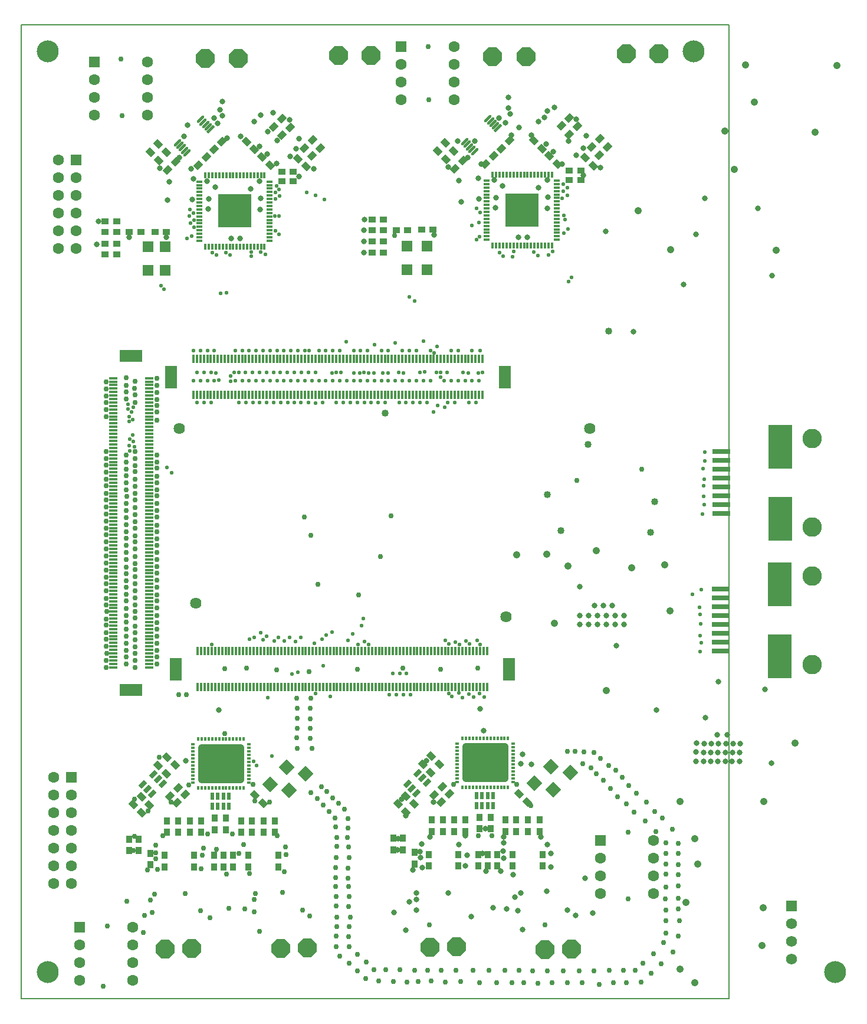
<source format=gts>
G04 Layer_Color=8388736*
%FSLAX23Y23*%
%MOIN*%
G70*
G01*
G75*
%ADD40C,0.008*%
%ADD82C,0.032*%
%ADD84C,0.042*%
%ADD111R,0.044X0.034*%
%ADD112R,0.021X0.039*%
G04:AMPARAMS|DCode=113|XSize=47mil|YSize=16mil|CornerRadius=5mil|HoleSize=0mil|Usage=FLASHONLY|Rotation=90.000|XOffset=0mil|YOffset=0mil|HoleType=Round|Shape=RoundedRectangle|*
%AMROUNDEDRECTD113*
21,1,0.047,0.006,0,0,90.0*
21,1,0.037,0.016,0,0,90.0*
1,1,0.010,0.003,0.019*
1,1,0.010,0.003,-0.019*
1,1,0.010,-0.003,-0.019*
1,1,0.010,-0.003,0.019*
%
%ADD113ROUNDEDRECTD113*%
%ADD114R,0.189X0.189*%
%ADD115R,0.014X0.024*%
%ADD116R,0.024X0.014*%
%ADD117R,0.015X0.035*%
%ADD118R,0.035X0.015*%
%ADD119R,0.034X0.044*%
G04:AMPARAMS|DCode=120|XSize=44mil|YSize=34mil|CornerRadius=0mil|HoleSize=0mil|Usage=FLASHONLY|Rotation=45.000|XOffset=0mil|YOffset=0mil|HoleType=Round|Shape=Rectangle|*
%AMROTATEDRECTD120*
4,1,4,-0.004,-0.028,-0.028,-0.004,0.004,0.028,0.028,0.004,-0.004,-0.028,0.0*
%
%ADD120ROTATEDRECTD120*%

G04:AMPARAMS|DCode=121|XSize=44mil|YSize=34mil|CornerRadius=0mil|HoleSize=0mil|Usage=FLASHONLY|Rotation=135.000|XOffset=0mil|YOffset=0mil|HoleType=Round|Shape=Rectangle|*
%AMROTATEDRECTD121*
4,1,4,0.028,-0.004,0.004,-0.028,-0.028,0.004,-0.004,0.028,0.028,-0.004,0.0*
%
%ADD121ROTATEDRECTD121*%

G04:AMPARAMS|DCode=122|XSize=51mil|YSize=16mil|CornerRadius=0mil|HoleSize=0mil|Usage=FLASHONLY|Rotation=225.000|XOffset=0mil|YOffset=0mil|HoleType=Round|Shape=Round|*
%AMOVALD122*
21,1,0.035,0.016,0.000,0.000,225.0*
1,1,0.016,0.013,0.013*
1,1,0.016,-0.013,-0.013*
%
%ADD122OVALD122*%

G04:AMPARAMS|DCode=123|XSize=51mil|YSize=16mil|CornerRadius=0mil|HoleSize=0mil|Usage=FLASHONLY|Rotation=225.000|XOffset=0mil|YOffset=0mil|HoleType=Round|Shape=Rectangle|*
%AMROTATEDRECTD123*
4,1,4,0.013,0.024,0.024,0.013,-0.013,-0.024,-0.024,-0.013,0.013,0.024,0.0*
%
%ADD123ROTATEDRECTD123*%

%ADD124R,0.064X0.064*%
%ADD125P,0.091X4X90.0*%
G04:AMPARAMS|DCode=126|XSize=43mil|YSize=24mil|CornerRadius=0mil|HoleSize=0mil|Usage=FLASHONLY|Rotation=45.000|XOffset=0mil|YOffset=0mil|HoleType=Round|Shape=Rectangle|*
%AMROTATEDRECTD126*
4,1,4,-0.007,-0.024,-0.024,-0.007,0.007,0.024,0.024,0.007,-0.007,-0.024,0.0*
%
%ADD126ROTATEDRECTD126*%

%ADD127R,0.047X0.016*%
G04:AMPARAMS|DCode=128|XSize=47mil|YSize=16mil|CornerRadius=5mil|HoleSize=0mil|Usage=FLASHONLY|Rotation=0.000|XOffset=0mil|YOffset=0mil|HoleType=Round|Shape=RoundedRectangle|*
%AMROUNDEDRECTD128*
21,1,0.047,0.006,0,0,0.0*
21,1,0.037,0.016,0,0,0.0*
1,1,0.010,0.019,-0.003*
1,1,0.010,-0.019,-0.003*
1,1,0.010,-0.019,0.003*
1,1,0.010,0.019,0.003*
%
%ADD128ROUNDEDRECTD128*%
%ADD129R,0.126X0.067*%
%ADD130R,0.016X0.047*%
%ADD131R,0.067X0.126*%
%ADD132R,0.134X0.249*%
%ADD133R,0.104X0.026*%
%ADD134R,0.063X0.063*%
%ADD135C,0.063*%
%ADD136R,0.063X0.063*%
%ADD137P,0.113X8X22.5*%
%ADD138C,0.062*%
%ADD139R,0.062X0.062*%
G04:AMPARAMS|DCode=140|XSize=217mil|YSize=258mil|CornerRadius=13mil|HoleSize=0mil|Usage=FLASHONLY|Rotation=90.000|XOffset=0mil|YOffset=0mil|HoleType=Round|Shape=RoundedRectangle|*
%AMROUNDEDRECTD140*
21,1,0.217,0.233,0,0,90.0*
21,1,0.192,0.258,0,0,90.0*
1,1,0.025,0.116,0.096*
1,1,0.025,0.116,-0.096*
1,1,0.025,-0.116,-0.096*
1,1,0.025,-0.116,0.096*
%
%ADD140ROUNDEDRECTD140*%
%ADD141C,0.124*%
%ADD142C,0.004*%
%ADD143C,0.064*%
%ADD144C,0.110*%
%ADD145C,0.022*%
%ADD146C,0.030*%
%ADD147C,0.040*%
D40*
X4000Y-0D02*
Y5500D01*
X1193D02*
X4000D01*
X0Y1681D02*
Y3650D01*
X753Y-0D02*
X4000D01*
X0D02*
Y1681D01*
Y-0D02*
X753D01*
X0Y5500D02*
X1193D01*
X0Y3650D02*
Y5500D01*
D82*
X2834Y1381D02*
D03*
X2823Y1328D02*
D03*
X1117Y1630D02*
D03*
X939Y4935D02*
D03*
X3458Y3767D02*
D03*
X2211Y727D02*
D03*
X2814Y4921D02*
D03*
X1135Y4988D02*
D03*
X1122Y5022D02*
D03*
X1351Y4990D02*
D03*
X1423Y5006D02*
D03*
X2761Y4997D02*
D03*
X2751Y5033D02*
D03*
X2974Y5015D02*
D03*
X3013Y5034D02*
D03*
X2789Y575D02*
D03*
X2822Y598D02*
D03*
X2233Y562D02*
D03*
X2231Y598D02*
D03*
X930Y1344D02*
D03*
X1345Y4816D02*
D03*
X1554Y4801D02*
D03*
X1389Y4772D02*
D03*
X609Y4303D02*
D03*
X819Y4302D02*
D03*
X2606Y822D02*
D03*
X2126Y841D02*
D03*
X2673Y4625D02*
D03*
X2971Y4624D02*
D03*
X1347Y4618D02*
D03*
X1049Y4619D02*
D03*
X972Y4630D02*
D03*
X966Y4515D02*
D03*
X436Y4393D02*
D03*
X1939Y4402D02*
D03*
X2581Y4635D02*
D03*
X2586Y4519D02*
D03*
X2726Y795D02*
D03*
X2725Y881D02*
D03*
X2780Y703D02*
D03*
X2972Y872D02*
D03*
X2992Y746D02*
D03*
X2261Y874D02*
D03*
X2266Y740D02*
D03*
X2474Y872D02*
D03*
X2509Y750D02*
D03*
X2256Y797D02*
D03*
X1028Y1237D02*
D03*
X1028Y1277D02*
D03*
X1078Y1237D02*
D03*
X1078Y1277D02*
D03*
X1128Y1237D02*
D03*
X1128Y1277D02*
D03*
X1178D02*
D03*
X1178Y1237D02*
D03*
X1228D02*
D03*
X1228Y1277D02*
D03*
X1028Y1329D02*
D03*
X1028Y1381D02*
D03*
X1028Y1421D02*
D03*
X1078Y1329D02*
D03*
X1078Y1381D02*
D03*
X1128D02*
D03*
X1078Y1421D02*
D03*
X1128D02*
D03*
X1178Y1329D02*
D03*
X1178Y1381D02*
D03*
X1178Y1421D02*
D03*
X1228Y1329D02*
D03*
X1228Y1381D02*
D03*
X1228Y1421D02*
D03*
X425Y4261D02*
D03*
X784Y4692D02*
D03*
X826Y4510D02*
D03*
X836Y4614D02*
D03*
X1058Y4519D02*
D03*
X1129Y4428D02*
D03*
Y4374D02*
D03*
X1183D02*
D03*
X1129Y4477D02*
D03*
X960Y4689D02*
D03*
X1129Y4526D02*
D03*
X1096Y4584D02*
D03*
X1183Y4526D02*
D03*
X1108Y4946D02*
D03*
X1161Y4863D02*
D03*
X1137Y5068D02*
D03*
X1232Y4374D02*
D03*
X1237Y4296D02*
D03*
X1232Y4526D02*
D03*
X1239Y4872D02*
D03*
X1281Y4477D02*
D03*
Y4374D02*
D03*
Y4428D02*
D03*
Y4526D02*
D03*
X1297Y4574D02*
D03*
X1351Y4522D02*
D03*
X1317Y4954D02*
D03*
X2106Y488D02*
D03*
X2174Y388D02*
D03*
X2128Y905D02*
D03*
X2233Y500D02*
D03*
X2309Y915D02*
D03*
X2329Y1110D02*
D03*
X2149Y1128D02*
D03*
X2290Y1346D02*
D03*
X2665Y514D02*
D03*
X2518Y811D02*
D03*
X2627Y721D02*
D03*
X2831Y391D02*
D03*
X2710Y721D02*
D03*
X2807Y497D02*
D03*
X2510Y921D02*
D03*
X2727Y916D02*
D03*
X2621Y961D02*
D03*
X3085Y500D02*
D03*
X3229Y485D02*
D03*
X3185Y681D02*
D03*
X2937Y916D02*
D03*
X2993Y820D02*
D03*
X2522Y1242D02*
D03*
X2522Y1282D02*
D03*
X2522Y1334D02*
D03*
X2572Y1242D02*
D03*
X2622D02*
D03*
X2572Y1282D02*
D03*
X2572Y1334D02*
D03*
X2622Y1282D02*
D03*
X2572Y1386D02*
D03*
X2522D02*
D03*
X2572Y1426D02*
D03*
X2522D02*
D03*
X2592Y1637D02*
D03*
X2622Y1386D02*
D03*
X2622Y1426D02*
D03*
X2672Y1242D02*
D03*
X2672Y1282D02*
D03*
X2722Y1242D02*
D03*
X2722Y1282D02*
D03*
X2672Y1334D02*
D03*
X2722D02*
D03*
X2672Y1386D02*
D03*
X2722D02*
D03*
X2722Y1426D02*
D03*
X2672D02*
D03*
X3867Y1587D02*
D03*
X4240Y1330D02*
D03*
X3589Y1632D02*
D03*
X3938Y1792D02*
D03*
X4204Y1748D02*
D03*
X1443Y4717D02*
D03*
X1517Y4966D02*
D03*
X1570Y4644D02*
D03*
X1651Y4688D02*
D03*
X1937Y4215D02*
D03*
Y4277D02*
D03*
Y4341D02*
D03*
X2807Y4380D02*
D03*
X2753Y4483D02*
D03*
Y4380D02*
D03*
Y4434D02*
D03*
X2485Y4500D02*
D03*
X2860Y4302D02*
D03*
X2856Y4380D02*
D03*
X2905D02*
D03*
Y4434D02*
D03*
Y4483D02*
D03*
X3157Y2327D02*
D03*
X3361Y1995D02*
D03*
X3304Y4335D02*
D03*
X3742Y4034D02*
D03*
X4242Y4084D02*
D03*
X3811Y4317D02*
D03*
X3863Y4522D02*
D03*
X4161Y4464D02*
D03*
X2682Y4525D02*
D03*
X2473Y4621D02*
D03*
X2753Y4532D02*
D03*
X2856D02*
D03*
X2807D02*
D03*
X2720Y4590D02*
D03*
X2414Y4699D02*
D03*
X2598Y4714D02*
D03*
X2769Y4879D02*
D03*
X2736Y4948D02*
D03*
X2884Y4879D02*
D03*
X2752Y5090D02*
D03*
X2905Y4532D02*
D03*
X2921Y4580D02*
D03*
X2975Y4528D02*
D03*
X3055Y4714D02*
D03*
X3176Y4650D02*
D03*
X3274Y4695D02*
D03*
X2924Y4955D02*
D03*
X3135Y4967D02*
D03*
X2722Y834D02*
D03*
X2171Y1036D02*
D03*
X2253Y832D02*
D03*
X2809Y4302D02*
D03*
X1185Y4296D02*
D03*
X1446Y4848D02*
D03*
X918Y4871D02*
D03*
X3092Y4846D02*
D03*
X2564Y4844D02*
D03*
X2541Y466D02*
D03*
X3132Y473D02*
D03*
X1392Y4899D02*
D03*
X1569Y4857D02*
D03*
X1088Y4975D02*
D03*
X2467Y4846D02*
D03*
X2700Y4974D02*
D03*
X3191Y4874D02*
D03*
X2411Y599D02*
D03*
X2741Y508D02*
D03*
X2191Y547D02*
D03*
X2957Y4977D02*
D03*
X2968Y607D02*
D03*
X4062Y1443D02*
D03*
X4021Y1442D02*
D03*
X3982D02*
D03*
X3940D02*
D03*
X3899Y1443D02*
D03*
X3860D02*
D03*
X3817Y1444D02*
D03*
X4059Y1393D02*
D03*
X4018Y1392D02*
D03*
X3979D02*
D03*
X3937D02*
D03*
X3896Y1393D02*
D03*
X3857D02*
D03*
X3814Y1394D02*
D03*
X3932Y1493D02*
D03*
X3989Y1490D02*
D03*
X4058Y1342D02*
D03*
X4017Y1341D02*
D03*
X3978D02*
D03*
X3936D02*
D03*
X3895Y1342D02*
D03*
X3856D02*
D03*
X3813Y1343D02*
D03*
X2680Y4467D02*
D03*
X2974Y4465D02*
D03*
X1350Y4459D02*
D03*
X1056Y4461D02*
D03*
X3407Y2164D02*
D03*
Y2114D02*
D03*
X3157Y2164D02*
D03*
Y2114D02*
D03*
X3357D02*
D03*
X3307D02*
D03*
X3257D02*
D03*
X3207D02*
D03*
X3357Y2164D02*
D03*
X3307D02*
D03*
X3257D02*
D03*
X3207D02*
D03*
X3239Y2220D02*
D03*
X3289D02*
D03*
X3339D02*
D03*
X2611Y1515D02*
D03*
X2883Y1326D02*
D03*
X1519Y4759D02*
D03*
X892Y4751D02*
D03*
X2966Y4829D02*
D03*
X3176Y4806D02*
D03*
X3006Y4785D02*
D03*
X2333Y4314D02*
D03*
X2524Y4753D02*
D03*
X3137Y4764D02*
D03*
D84*
X3723Y169D02*
D03*
X4185Y303D02*
D03*
X4609Y5270D02*
D03*
X4194Y516D02*
D03*
X4486Y4894D02*
D03*
X3670Y4233D02*
D03*
X3487Y4453D02*
D03*
X3307Y1743D02*
D03*
X3807Y90D02*
D03*
X3823Y762D02*
D03*
X3805Y905D02*
D03*
X3014Y2120D02*
D03*
X2799Y2507D02*
D03*
X3088Y2444D02*
D03*
X3250Y2530D02*
D03*
X3448Y2436D02*
D03*
X3637Y2453D02*
D03*
X4030Y4685D02*
D03*
X4143Y5066D02*
D03*
X3723Y1114D02*
D03*
X3755Y544D02*
D03*
X3976Y4900D02*
D03*
X4093Y5276D02*
D03*
X4195Y1115D02*
D03*
X4371Y1445D02*
D03*
X3665Y2190D02*
D03*
X4267Y4229D02*
D03*
X2969Y2512D02*
D03*
D111*
X820Y4331D02*
D03*
X755D02*
D03*
X610Y4331D02*
D03*
X675D02*
D03*
X474Y4390D02*
D03*
X539D02*
D03*
X1537Y4672D02*
D03*
X1472D02*
D03*
Y4618D02*
D03*
X1537D02*
D03*
X474Y4266D02*
D03*
X539D02*
D03*
X474Y4204D02*
D03*
X539D02*
D03*
X539Y4331D02*
D03*
X474D02*
D03*
X3096Y4624D02*
D03*
X3161D02*
D03*
X2326Y4344D02*
D03*
X2118Y4342D02*
D03*
X2047Y4340D02*
D03*
X1982D02*
D03*
Y4401D02*
D03*
X2047D02*
D03*
X3161Y4678D02*
D03*
X3096D02*
D03*
X1982Y4277D02*
D03*
X2047D02*
D03*
X1982Y4215D02*
D03*
X2047D02*
D03*
X2261Y4344D02*
D03*
X2183Y4342D02*
D03*
D112*
X2666Y1091D02*
D03*
X2635D02*
D03*
X2603D02*
D03*
X2572D02*
D03*
Y1147D02*
D03*
X2603D02*
D03*
X2635D02*
D03*
X2666D02*
D03*
X1173Y1088D02*
D03*
X1142D02*
D03*
X1110D02*
D03*
X1079D02*
D03*
Y1144D02*
D03*
X1110D02*
D03*
X1142D02*
D03*
X1173D02*
D03*
D113*
X2330Y3411D02*
D03*
X2350D02*
D03*
X1725Y1964D02*
D03*
X1745D02*
D03*
X1666D02*
D03*
X1686D02*
D03*
X2572D02*
D03*
X2592D02*
D03*
X2513D02*
D03*
X2533D02*
D03*
X2454D02*
D03*
X2473D02*
D03*
X2395D02*
D03*
X2414D02*
D03*
X2592Y1760D02*
D03*
X2611D02*
D03*
X2533D02*
D03*
X2552D02*
D03*
X2473D02*
D03*
X2493D02*
D03*
X2414D02*
D03*
X2434D02*
D03*
X1588D02*
D03*
X1607D02*
D03*
X1922D02*
D03*
X1942D02*
D03*
X1765D02*
D03*
X1784D02*
D03*
X1858Y3411D02*
D03*
X1878D02*
D03*
X1956D02*
D03*
X1976D02*
D03*
X1917D02*
D03*
X1937D02*
D03*
X2055D02*
D03*
X2074D02*
D03*
X1661Y3615D02*
D03*
X1681D02*
D03*
X1720D02*
D03*
X1740D02*
D03*
X1779D02*
D03*
X1799D02*
D03*
X1838D02*
D03*
X1858D02*
D03*
X1878D02*
D03*
X1897D02*
D03*
X1937D02*
D03*
X1956D02*
D03*
X1976D02*
D03*
X1996D02*
D03*
X2114Y3411D02*
D03*
X2133D02*
D03*
X2173Y3615D02*
D03*
X2193D02*
D03*
X2074D02*
D03*
X2094D02*
D03*
X2133D02*
D03*
X2153D02*
D03*
X2232D02*
D03*
X2252D02*
D03*
X2291D02*
D03*
X2311D02*
D03*
X2350D02*
D03*
X2370D02*
D03*
X2468D02*
D03*
X2488D02*
D03*
X1706Y1760D02*
D03*
X1725D02*
D03*
X1883D02*
D03*
X1903D02*
D03*
X1981D02*
D03*
X2001D02*
D03*
X1292D02*
D03*
X1312D02*
D03*
X1410D02*
D03*
X1430D02*
D03*
X2021D02*
D03*
X2040D02*
D03*
X997Y1964D02*
D03*
X1017Y1760D02*
D03*
Y1964D02*
D03*
X1036Y1760D02*
D03*
Y1964D02*
D03*
X1056Y1760D02*
D03*
Y1964D02*
D03*
X1076Y1760D02*
D03*
Y1964D02*
D03*
X1095Y1760D02*
D03*
Y1964D02*
D03*
X1115Y1760D02*
D03*
Y1964D02*
D03*
X1135Y1760D02*
D03*
X1155D02*
D03*
X1174D02*
D03*
Y1964D02*
D03*
X1194Y1760D02*
D03*
X1214D02*
D03*
X1233D02*
D03*
Y1964D02*
D03*
X1253Y1760D02*
D03*
Y1964D02*
D03*
X1273Y1760D02*
D03*
Y1964D02*
D03*
X1292D02*
D03*
X1332Y1760D02*
D03*
X1351D02*
D03*
Y1964D02*
D03*
X1371Y1760D02*
D03*
X1391D02*
D03*
X1410Y1964D02*
D03*
X1450Y1760D02*
D03*
X1470D02*
D03*
Y1964D02*
D03*
X1489Y1760D02*
D03*
X1509D02*
D03*
X1529Y1964D02*
D03*
X1568Y1760D02*
D03*
X1588Y1964D02*
D03*
X1627Y1760D02*
D03*
X1647D02*
D03*
Y1964D02*
D03*
X1666Y1760D02*
D03*
X1686D02*
D03*
X1706Y1964D02*
D03*
X1745Y1760D02*
D03*
X1765Y1964D02*
D03*
X1804Y1760D02*
D03*
X1824D02*
D03*
Y1964D02*
D03*
X1844Y1760D02*
D03*
Y1964D02*
D03*
X1863Y1760D02*
D03*
Y1964D02*
D03*
X1883D02*
D03*
X1903D02*
D03*
X1922D02*
D03*
X1942D02*
D03*
X1962Y1760D02*
D03*
Y1964D02*
D03*
X1981D02*
D03*
X2040D02*
D03*
X2060Y1760D02*
D03*
Y1964D02*
D03*
X2080Y1760D02*
D03*
Y1964D02*
D03*
X2099Y1760D02*
D03*
Y1964D02*
D03*
X2119Y1760D02*
D03*
Y1964D02*
D03*
X2139Y1760D02*
D03*
Y1964D02*
D03*
X2158Y1760D02*
D03*
Y1964D02*
D03*
X2178Y1760D02*
D03*
Y1964D02*
D03*
X2198Y1760D02*
D03*
Y1964D02*
D03*
X2218Y1760D02*
D03*
Y1964D02*
D03*
X2237Y1760D02*
D03*
Y1964D02*
D03*
X2257Y1760D02*
D03*
Y1964D02*
D03*
X2277Y1760D02*
D03*
Y1964D02*
D03*
X2296Y1760D02*
D03*
Y1964D02*
D03*
X2316Y1760D02*
D03*
Y1964D02*
D03*
X2336Y1760D02*
D03*
Y1964D02*
D03*
X2355Y1760D02*
D03*
Y1964D02*
D03*
X2375Y1760D02*
D03*
Y1964D02*
D03*
X2395Y1760D02*
D03*
X2434Y1964D02*
D03*
X2454Y1760D02*
D03*
X2493Y1964D02*
D03*
X2513Y1760D02*
D03*
X2552Y1964D02*
D03*
X2572Y1760D02*
D03*
X2611Y1964D02*
D03*
X2631Y1760D02*
D03*
Y1964D02*
D03*
X972Y3615D02*
D03*
X992Y3411D02*
D03*
Y3615D02*
D03*
X1011Y3411D02*
D03*
Y3615D02*
D03*
X1031Y3411D02*
D03*
Y3615D02*
D03*
X1051Y3411D02*
D03*
Y3615D02*
D03*
X1070Y3411D02*
D03*
Y3615D02*
D03*
X1090Y3411D02*
D03*
Y3615D02*
D03*
X1110Y3411D02*
D03*
Y3615D02*
D03*
X1130Y3411D02*
D03*
Y3615D02*
D03*
X1149Y3411D02*
D03*
Y3615D02*
D03*
X1169Y3411D02*
D03*
Y3615D02*
D03*
X1189Y3411D02*
D03*
Y3615D02*
D03*
X1208Y3411D02*
D03*
Y3615D02*
D03*
X1228Y3411D02*
D03*
Y3615D02*
D03*
X1248Y3411D02*
D03*
Y3615D02*
D03*
X1267Y3411D02*
D03*
Y3615D02*
D03*
X1287Y3411D02*
D03*
Y3615D02*
D03*
X1307Y3411D02*
D03*
Y3615D02*
D03*
X1326Y3411D02*
D03*
Y3615D02*
D03*
X1346Y3411D02*
D03*
Y3615D02*
D03*
X1366Y3411D02*
D03*
Y3615D02*
D03*
X1385Y3411D02*
D03*
Y3615D02*
D03*
X1405Y3411D02*
D03*
Y3615D02*
D03*
X1425Y3411D02*
D03*
Y3615D02*
D03*
X1445Y3411D02*
D03*
Y3615D02*
D03*
X1464Y3411D02*
D03*
Y3615D02*
D03*
X1484Y3411D02*
D03*
Y3615D02*
D03*
X1504Y3411D02*
D03*
Y3615D02*
D03*
X1523Y3411D02*
D03*
Y3615D02*
D03*
X1543Y3411D02*
D03*
Y3615D02*
D03*
X1563Y3411D02*
D03*
Y3615D02*
D03*
X1582Y3411D02*
D03*
Y3615D02*
D03*
X1602Y3411D02*
D03*
Y3615D02*
D03*
X1622Y3411D02*
D03*
Y3615D02*
D03*
X1641Y3411D02*
D03*
Y3615D02*
D03*
X1661Y3411D02*
D03*
X1681D02*
D03*
X1700D02*
D03*
Y3615D02*
D03*
X1720Y3411D02*
D03*
X1740D02*
D03*
X1759D02*
D03*
Y3615D02*
D03*
X1779Y3411D02*
D03*
X1799D02*
D03*
X1819D02*
D03*
Y3615D02*
D03*
X1838Y3411D02*
D03*
X1897D02*
D03*
X1917Y3615D02*
D03*
X1996Y3411D02*
D03*
X2015D02*
D03*
Y3615D02*
D03*
X2035Y3411D02*
D03*
Y3615D02*
D03*
X2055D02*
D03*
X2094Y3411D02*
D03*
X2114Y3615D02*
D03*
X2153Y3411D02*
D03*
X2173D02*
D03*
X2193D02*
D03*
X2212D02*
D03*
Y3615D02*
D03*
X2232Y3411D02*
D03*
X2252D02*
D03*
X2271D02*
D03*
Y3615D02*
D03*
X2291Y3411D02*
D03*
X2311D02*
D03*
X2330Y3615D02*
D03*
X2389D02*
D03*
X2409D02*
D03*
X2429Y3411D02*
D03*
Y3615D02*
D03*
X2448D02*
D03*
X2488Y3411D02*
D03*
X2508Y3615D02*
D03*
X2547Y3411D02*
D03*
X2606D02*
D03*
Y3615D02*
D03*
X2586Y3411D02*
D03*
X2567D02*
D03*
X2527D02*
D03*
X2508D02*
D03*
X2370D02*
D03*
X2409D02*
D03*
X2389D02*
D03*
X2586Y3615D02*
D03*
X2567D02*
D03*
X2547D02*
D03*
X2527D02*
D03*
X2468Y3411D02*
D03*
X2448D02*
D03*
X1155Y1964D02*
D03*
X1135D02*
D03*
X1214D02*
D03*
X1194D02*
D03*
X1548Y1760D02*
D03*
X1529D02*
D03*
X1804Y1964D02*
D03*
X1784D02*
D03*
X1391D02*
D03*
X1371D02*
D03*
X1450D02*
D03*
X1430D02*
D03*
X1509D02*
D03*
X1489D02*
D03*
X1568D02*
D03*
X1548D02*
D03*
X1332D02*
D03*
X1312D02*
D03*
X1627D02*
D03*
X1607D02*
D03*
X2021D02*
D03*
X2001D02*
D03*
D114*
X1205Y4450D02*
D03*
X2829Y4456D02*
D03*
D115*
X2730Y1473D02*
D03*
X2750D02*
D03*
X2691D02*
D03*
X2711D02*
D03*
X2573D02*
D03*
X2592D02*
D03*
X1197Y1190D02*
D03*
X1217D02*
D03*
X1039D02*
D03*
X1059D02*
D03*
X1079Y1468D02*
D03*
X1098D02*
D03*
X1157D02*
D03*
X1177D02*
D03*
X1236D02*
D03*
X1256D02*
D03*
X1197D02*
D03*
X1217D02*
D03*
X2651Y1473D02*
D03*
X2671D02*
D03*
X2533Y1195D02*
D03*
X2553D02*
D03*
X1000Y1190D02*
D03*
X1020D02*
D03*
X1079D02*
D03*
X1098D02*
D03*
X1118D02*
D03*
X1138D02*
D03*
X1157D02*
D03*
X1177D02*
D03*
X1236D02*
D03*
X1256D02*
D03*
X1138Y1468D02*
D03*
X1118D02*
D03*
X1059D02*
D03*
X1039D02*
D03*
X1020D02*
D03*
X1000D02*
D03*
X2494Y1195D02*
D03*
X2514D02*
D03*
X2573D02*
D03*
X2592D02*
D03*
X2612D02*
D03*
X2632D02*
D03*
X2651D02*
D03*
X2671D02*
D03*
X2691D02*
D03*
X2711D02*
D03*
X2730D02*
D03*
X2750D02*
D03*
X2632Y1473D02*
D03*
X2612D02*
D03*
X2553D02*
D03*
X2533D02*
D03*
X2514D02*
D03*
X2494D02*
D03*
D116*
X2463Y1383D02*
D03*
Y1403D02*
D03*
X969Y1378D02*
D03*
Y1398D02*
D03*
Y1417D02*
D03*
Y1437D02*
D03*
X2463Y1422D02*
D03*
Y1442D02*
D03*
X1286Y1221D02*
D03*
Y1240D02*
D03*
Y1260D02*
D03*
Y1280D02*
D03*
Y1299D02*
D03*
Y1319D02*
D03*
Y1339D02*
D03*
Y1358D02*
D03*
Y1378D02*
D03*
Y1398D02*
D03*
Y1417D02*
D03*
Y1437D02*
D03*
X969Y1358D02*
D03*
Y1339D02*
D03*
Y1319D02*
D03*
Y1299D02*
D03*
Y1280D02*
D03*
Y1260D02*
D03*
Y1240D02*
D03*
Y1221D02*
D03*
X2780Y1226D02*
D03*
Y1245D02*
D03*
Y1265D02*
D03*
Y1285D02*
D03*
Y1304D02*
D03*
Y1324D02*
D03*
Y1344D02*
D03*
Y1363D02*
D03*
Y1383D02*
D03*
Y1403D02*
D03*
Y1422D02*
D03*
Y1442D02*
D03*
X2463Y1363D02*
D03*
Y1344D02*
D03*
Y1324D02*
D03*
Y1304D02*
D03*
Y1285D02*
D03*
Y1265D02*
D03*
Y1245D02*
D03*
Y1226D02*
D03*
D117*
X1040Y4248D02*
D03*
X1059D02*
D03*
X1315D02*
D03*
X1335D02*
D03*
X1315Y4650D02*
D03*
X1296D02*
D03*
X1276D02*
D03*
X1374D02*
D03*
X1355D02*
D03*
X1335D02*
D03*
X1197Y4248D02*
D03*
X1217D02*
D03*
X1197Y4650D02*
D03*
X1217D02*
D03*
X1237D02*
D03*
X1256D02*
D03*
X1099D02*
D03*
X1079D02*
D03*
X1059D02*
D03*
X1040D02*
D03*
X1178D02*
D03*
X1119D02*
D03*
X1138D02*
D03*
X1158D02*
D03*
X2703Y4254D02*
D03*
X2723D02*
D03*
X2900D02*
D03*
X2919D02*
D03*
X2979D02*
D03*
X2998D02*
D03*
X2782Y4656D02*
D03*
X2762D02*
D03*
X2742D02*
D03*
X2801D02*
D03*
X2664D02*
D03*
X2683D02*
D03*
X2703D02*
D03*
X2723D02*
D03*
X2880D02*
D03*
X2860D02*
D03*
X2841D02*
D03*
X2821D02*
D03*
X2841Y4254D02*
D03*
X2821D02*
D03*
X2959Y4656D02*
D03*
X2979D02*
D03*
X2998D02*
D03*
X2900D02*
D03*
X2919D02*
D03*
X2939D02*
D03*
X2959Y4254D02*
D03*
X2939D02*
D03*
X2880D02*
D03*
X2860D02*
D03*
X2762D02*
D03*
X2742D02*
D03*
X2683D02*
D03*
X2664D02*
D03*
X2801D02*
D03*
X2782D02*
D03*
X1256Y4248D02*
D03*
X1237D02*
D03*
X1138D02*
D03*
X1119D02*
D03*
X1099D02*
D03*
X1079D02*
D03*
X1178D02*
D03*
X1158D02*
D03*
X1296D02*
D03*
X1276D02*
D03*
X1374D02*
D03*
X1355D02*
D03*
D118*
X1403Y4360D02*
D03*
Y4380D02*
D03*
Y4596D02*
D03*
Y4616D02*
D03*
X1006Y4498D02*
D03*
Y4537D02*
D03*
Y4518D02*
D03*
Y4478D02*
D03*
Y4596D02*
D03*
Y4616D02*
D03*
X1403Y4498D02*
D03*
Y4478D02*
D03*
Y4577D02*
D03*
Y4557D02*
D03*
Y4537D02*
D03*
Y4518D02*
D03*
X2630Y4563D02*
D03*
Y4583D02*
D03*
Y4327D02*
D03*
Y4346D02*
D03*
X3027Y4524D02*
D03*
Y4543D02*
D03*
Y4563D02*
D03*
Y4583D02*
D03*
Y4484D02*
D03*
Y4504D02*
D03*
X2630Y4622D02*
D03*
Y4602D02*
D03*
Y4484D02*
D03*
Y4524D02*
D03*
Y4543D02*
D03*
Y4504D02*
D03*
X3027Y4622D02*
D03*
Y4602D02*
D03*
Y4465D02*
D03*
Y4445D02*
D03*
Y4386D02*
D03*
Y4366D02*
D03*
Y4307D02*
D03*
Y4287D02*
D03*
Y4346D02*
D03*
Y4327D02*
D03*
Y4425D02*
D03*
Y4405D02*
D03*
X2630Y4386D02*
D03*
Y4366D02*
D03*
Y4307D02*
D03*
Y4287D02*
D03*
Y4465D02*
D03*
Y4445D02*
D03*
Y4425D02*
D03*
Y4405D02*
D03*
X1403Y4459D02*
D03*
Y4439D02*
D03*
Y4301D02*
D03*
Y4281D02*
D03*
X1006Y4340D02*
D03*
Y4321D02*
D03*
Y4459D02*
D03*
Y4439D02*
D03*
Y4419D02*
D03*
Y4399D02*
D03*
Y4380D02*
D03*
Y4360D02*
D03*
X1403Y4340D02*
D03*
Y4321D02*
D03*
Y4419D02*
D03*
Y4399D02*
D03*
X1006Y4301D02*
D03*
Y4281D02*
D03*
Y4577D02*
D03*
Y4557D02*
D03*
D119*
X2381Y1011D02*
D03*
X2447D02*
D03*
X2797D02*
D03*
X2864D02*
D03*
X1303Y1006D02*
D03*
X1370D02*
D03*
X1242D02*
D03*
X887D02*
D03*
X953D02*
D03*
X2469Y751D02*
D03*
Y816D02*
D03*
X2302Y751D02*
D03*
Y816D02*
D03*
X2946Y751D02*
D03*
Y816D02*
D03*
X2776Y751D02*
D03*
Y816D02*
D03*
X2157Y907D02*
D03*
Y842D02*
D03*
X2104Y907D02*
D03*
Y842D02*
D03*
X2583Y751D02*
D03*
Y816D02*
D03*
X2636Y751D02*
D03*
Y816D02*
D03*
X2447Y946D02*
D03*
X2318Y1010D02*
D03*
Y945D02*
D03*
X2381Y946D02*
D03*
X2588Y1025D02*
D03*
Y960D02*
D03*
X2651Y1025D02*
D03*
Y960D02*
D03*
X2864Y946D02*
D03*
X2928D02*
D03*
Y1011D02*
D03*
X2736D02*
D03*
Y946D02*
D03*
X2797D02*
D03*
X2510D02*
D03*
Y1011D02*
D03*
X2690Y751D02*
D03*
Y816D02*
D03*
X2222Y762D02*
D03*
Y827D02*
D03*
X975Y746D02*
D03*
Y811D02*
D03*
X808Y746D02*
D03*
Y811D02*
D03*
X1094Y1020D02*
D03*
Y955D02*
D03*
X1157Y1020D02*
D03*
Y955D02*
D03*
X1016Y941D02*
D03*
Y1006D02*
D03*
X953Y941D02*
D03*
X887D02*
D03*
X824Y1005D02*
D03*
Y940D02*
D03*
X1242Y941D02*
D03*
X1303D02*
D03*
X1370D02*
D03*
X1434D02*
D03*
Y1006D02*
D03*
X1282Y746D02*
D03*
Y811D02*
D03*
X1452Y746D02*
D03*
Y811D02*
D03*
X1196Y811D02*
D03*
Y746D02*
D03*
X1142Y746D02*
D03*
Y811D02*
D03*
X1089Y746D02*
D03*
Y811D02*
D03*
X728Y822D02*
D03*
Y757D02*
D03*
X610Y902D02*
D03*
Y837D02*
D03*
X663Y902D02*
D03*
Y837D02*
D03*
D120*
X872Y4729D02*
D03*
X826Y4683D02*
D03*
X1088Y4797D02*
D03*
X1134Y4843D02*
D03*
X999Y4708D02*
D03*
X1045Y4754D02*
D03*
X1427Y4924D02*
D03*
X1473Y4970D02*
D03*
X1473Y4877D02*
D03*
X1519Y4923D02*
D03*
X1645Y4852D02*
D03*
X1599Y4806D02*
D03*
X1643Y4760D02*
D03*
X1689Y4806D02*
D03*
X2334Y1151D02*
D03*
X2380Y1197D02*
D03*
X2419Y1159D02*
D03*
X2373Y1113D02*
D03*
X925Y1154D02*
D03*
X879Y1108D02*
D03*
X840Y1146D02*
D03*
X886Y1192D02*
D03*
X2496Y4735D02*
D03*
X2450Y4689D02*
D03*
X2712Y4803D02*
D03*
X2758Y4849D02*
D03*
X2623Y4714D02*
D03*
X2669Y4760D02*
D03*
X3269Y4858D02*
D03*
X3223Y4812D02*
D03*
X3097Y4883D02*
D03*
X3143Y4929D02*
D03*
X3051Y4930D02*
D03*
X3097Y4976D02*
D03*
X3267Y4766D02*
D03*
X3313Y4812D02*
D03*
D121*
X1563Y4746D02*
D03*
X1609Y4700D02*
D03*
X1317Y4797D02*
D03*
X1271Y4843D02*
D03*
X1406Y4708D02*
D03*
X1360Y4754D02*
D03*
X775Y4736D02*
D03*
X729Y4782D02*
D03*
X773Y4828D02*
D03*
X819Y4782D02*
D03*
X2813Y1157D02*
D03*
X2859Y1111D02*
D03*
X2316Y1371D02*
D03*
X2362Y1325D02*
D03*
X2268Y1324D02*
D03*
X2314Y1278D02*
D03*
X2128Y1102D02*
D03*
X2174Y1056D02*
D03*
X2218Y1100D02*
D03*
X2172Y1146D02*
D03*
X1319Y1152D02*
D03*
X1365Y1106D02*
D03*
X820Y1273D02*
D03*
X774Y1319D02*
D03*
X868Y1320D02*
D03*
X822Y1366D02*
D03*
X678Y1141D02*
D03*
X724Y1095D02*
D03*
X680Y1051D02*
D03*
X634Y1097D02*
D03*
X2397Y4834D02*
D03*
X2443Y4788D02*
D03*
X3187Y4752D02*
D03*
X3233Y4706D02*
D03*
X2941Y4803D02*
D03*
X2895Y4849D02*
D03*
X3030Y4714D02*
D03*
X2984Y4760D02*
D03*
X2399Y4742D02*
D03*
X2353Y4788D02*
D03*
D122*
X923Y4793D02*
D03*
X1027Y4953D02*
D03*
X1055Y4925D02*
D03*
X1041Y4939D02*
D03*
X909Y4807D02*
D03*
X937Y4779D02*
D03*
X895Y4821D02*
D03*
X881Y4835D02*
D03*
X1013Y4967D02*
D03*
X2637Y4973D02*
D03*
X2505Y4841D02*
D03*
X2519Y4827D02*
D03*
X2561Y4785D02*
D03*
X2533Y4813D02*
D03*
X2665Y4945D02*
D03*
X2679Y4931D02*
D03*
X2651Y4959D02*
D03*
X2547Y4799D02*
D03*
D123*
X1069Y4911D02*
D03*
X2693Y4917D02*
D03*
D124*
X813Y4249D02*
D03*
X715D02*
D03*
X2294Y4252D02*
D03*
X2178D02*
D03*
X2294Y4117D02*
D03*
X2178D02*
D03*
X813Y4114D02*
D03*
X715D02*
D03*
D125*
X3101Y1277D02*
D03*
X3006Y1182D02*
D03*
X2994Y1312D02*
D03*
X2899Y1217D02*
D03*
X1500Y1307D02*
D03*
X1405Y1212D02*
D03*
X1607Y1272D02*
D03*
X1512Y1177D02*
D03*
D126*
X2181Y1215D02*
D03*
X2207Y1189D02*
D03*
X2234Y1162D02*
D03*
X2240Y1274D02*
D03*
X2266Y1247D02*
D03*
X2292Y1221D02*
D03*
X687Y1210D02*
D03*
X713Y1184D02*
D03*
X740Y1157D02*
D03*
X746Y1269D02*
D03*
X772Y1242D02*
D03*
X798Y1216D02*
D03*
D127*
X518Y3506D02*
D03*
D128*
X722D02*
D03*
X518Y3486D02*
D03*
X722D02*
D03*
X518Y3467D02*
D03*
X722D02*
D03*
X518Y3447D02*
D03*
X722D02*
D03*
X518Y3427D02*
D03*
X722D02*
D03*
X518Y3408D02*
D03*
X722D02*
D03*
X518Y3388D02*
D03*
X722D02*
D03*
X518Y3368D02*
D03*
X722D02*
D03*
X518Y3348D02*
D03*
X722D02*
D03*
X518Y3329D02*
D03*
X722D02*
D03*
X518Y3309D02*
D03*
X722D02*
D03*
X518Y3289D02*
D03*
X722D02*
D03*
X518Y3270D02*
D03*
X722D02*
D03*
X518Y3250D02*
D03*
X722D02*
D03*
X518Y3230D02*
D03*
X722D02*
D03*
X518Y3211D02*
D03*
X722D02*
D03*
X518Y3191D02*
D03*
X722D02*
D03*
X518Y3171D02*
D03*
X722D02*
D03*
X518Y3152D02*
D03*
X722D02*
D03*
X518Y3132D02*
D03*
X722D02*
D03*
X518Y3112D02*
D03*
X722D02*
D03*
X518Y3093D02*
D03*
X722D02*
D03*
X518Y3073D02*
D03*
X722D02*
D03*
X518Y3053D02*
D03*
X722D02*
D03*
X518Y3033D02*
D03*
X722D02*
D03*
X518Y3014D02*
D03*
X722D02*
D03*
X518Y2994D02*
D03*
X722D02*
D03*
X518Y2974D02*
D03*
X722D02*
D03*
X518Y2955D02*
D03*
X722D02*
D03*
X518Y2935D02*
D03*
X722D02*
D03*
X518Y2915D02*
D03*
X722D02*
D03*
X518Y2896D02*
D03*
X722D02*
D03*
X518Y2876D02*
D03*
X722D02*
D03*
X518Y2856D02*
D03*
X722D02*
D03*
X518Y2837D02*
D03*
X722D02*
D03*
X518Y2817D02*
D03*
X722D02*
D03*
X518Y2797D02*
D03*
X722D02*
D03*
X518Y2778D02*
D03*
X722D02*
D03*
X518Y2758D02*
D03*
X722D02*
D03*
X518Y2738D02*
D03*
X722D02*
D03*
X518Y2719D02*
D03*
X722D02*
D03*
X518Y2699D02*
D03*
X722D02*
D03*
X518Y2679D02*
D03*
X722D02*
D03*
X518Y2659D02*
D03*
X722D02*
D03*
X518Y2640D02*
D03*
X722D02*
D03*
X518Y2620D02*
D03*
X722D02*
D03*
X518Y2600D02*
D03*
X722D02*
D03*
X518Y2581D02*
D03*
X722D02*
D03*
X518Y2561D02*
D03*
X722D02*
D03*
X518Y2541D02*
D03*
X722D02*
D03*
X518Y2522D02*
D03*
X722D02*
D03*
X518Y2502D02*
D03*
X722D02*
D03*
X518Y2482D02*
D03*
X722D02*
D03*
X518Y2463D02*
D03*
X722D02*
D03*
X518Y2443D02*
D03*
X722D02*
D03*
X518Y2423D02*
D03*
X722D02*
D03*
X518Y2404D02*
D03*
X722D02*
D03*
X518Y2384D02*
D03*
X722D02*
D03*
X518Y2364D02*
D03*
X722D02*
D03*
X518Y2345D02*
D03*
X722D02*
D03*
X518Y2325D02*
D03*
X722D02*
D03*
X518Y2305D02*
D03*
X722D02*
D03*
X518Y2285D02*
D03*
X722D02*
D03*
X518Y2266D02*
D03*
X722D02*
D03*
X518Y2246D02*
D03*
X722D02*
D03*
X518Y2226D02*
D03*
X722D02*
D03*
X518Y2207D02*
D03*
X722D02*
D03*
X518Y2187D02*
D03*
X722D02*
D03*
X518Y2167D02*
D03*
X722D02*
D03*
X518Y2148D02*
D03*
X722D02*
D03*
X518Y2128D02*
D03*
X722D02*
D03*
X518Y2108D02*
D03*
X722D02*
D03*
X518Y2089D02*
D03*
X722D02*
D03*
X518Y2069D02*
D03*
X722D02*
D03*
X518Y2049D02*
D03*
X722D02*
D03*
X518Y2030D02*
D03*
X722D02*
D03*
X518Y2010D02*
D03*
X722D02*
D03*
X518Y1990D02*
D03*
X722D02*
D03*
X518Y1970D02*
D03*
X722D02*
D03*
X518Y1951D02*
D03*
X722D02*
D03*
X518Y1931D02*
D03*
X722D02*
D03*
X518Y1911D02*
D03*
X722D02*
D03*
X518Y1892D02*
D03*
X722D02*
D03*
X518Y1872D02*
D03*
X722D02*
D03*
D129*
X620Y1746D02*
D03*
Y3632D02*
D03*
D130*
X997Y1760D02*
D03*
X972Y3411D02*
D03*
D131*
X2757Y1862D02*
D03*
X871D02*
D03*
X2732Y3513D02*
D03*
X846D02*
D03*
D132*
X4287Y1936D02*
D03*
Y2342D02*
D03*
X4288Y2713D02*
D03*
Y3118D02*
D03*
D133*
X3954Y1964D02*
D03*
Y2014D02*
D03*
Y2064D02*
D03*
Y2114D02*
D03*
Y2314D02*
D03*
Y2264D02*
D03*
Y2214D02*
D03*
Y2164D02*
D03*
X3955Y2740D02*
D03*
Y2790D02*
D03*
Y2840D02*
D03*
Y2890D02*
D03*
Y3090D02*
D03*
Y3040D02*
D03*
Y2990D02*
D03*
Y2940D02*
D03*
D134*
X411Y5291D02*
D03*
X2147Y5379D02*
D03*
X3273Y896D02*
D03*
X329Y404D02*
D03*
D135*
X411Y5191D02*
D03*
Y5091D02*
D03*
Y4991D02*
D03*
X711Y5291D02*
D03*
Y5191D02*
D03*
Y5091D02*
D03*
Y4991D02*
D03*
X2147Y5279D02*
D03*
Y5179D02*
D03*
Y5079D02*
D03*
X2447Y5379D02*
D03*
Y5279D02*
D03*
Y5179D02*
D03*
Y5079D02*
D03*
X3273Y796D02*
D03*
Y696D02*
D03*
Y596D02*
D03*
X3573Y896D02*
D03*
Y796D02*
D03*
Y696D02*
D03*
Y596D02*
D03*
X329Y304D02*
D03*
Y204D02*
D03*
Y104D02*
D03*
X629Y404D02*
D03*
Y304D02*
D03*
Y204D02*
D03*
Y104D02*
D03*
X208Y4238D02*
D03*
X308D02*
D03*
X208Y4338D02*
D03*
X308D02*
D03*
X208Y4438D02*
D03*
X308D02*
D03*
X208Y4538D02*
D03*
X308D02*
D03*
X208Y4638D02*
D03*
X308D02*
D03*
X208Y4738D02*
D03*
X181Y651D02*
D03*
X281D02*
D03*
X181Y751D02*
D03*
X281D02*
D03*
X181Y851D02*
D03*
X281D02*
D03*
X181Y951D02*
D03*
X281D02*
D03*
X181Y1051D02*
D03*
X281D02*
D03*
X181Y1151D02*
D03*
X281D02*
D03*
X181Y1251D02*
D03*
D136*
X308Y4738D02*
D03*
X281Y1251D02*
D03*
D137*
X1465Y284D02*
D03*
X812Y281D02*
D03*
X2959Y278D02*
D03*
X2309Y290D02*
D03*
X2460Y295D02*
D03*
X3110Y283D02*
D03*
X963Y286D02*
D03*
X1616Y289D02*
D03*
X1977Y5328D02*
D03*
X1794Y5329D02*
D03*
X1226Y5312D02*
D03*
X1038D02*
D03*
X2663Y5321D02*
D03*
X2851D02*
D03*
X3419Y5338D02*
D03*
X3602Y5337D02*
D03*
D138*
X4351Y425D02*
D03*
Y325D02*
D03*
Y225D02*
D03*
X1205Y4450D02*
D03*
X2829Y4456D02*
D03*
D139*
X4351Y525D02*
D03*
D140*
X1128Y1329D02*
D03*
X2622Y1334D02*
D03*
D141*
X150Y5350D02*
D03*
X4600Y150D02*
D03*
X3800Y5350D02*
D03*
X150Y150D02*
D03*
D142*
X620Y3563D02*
D03*
Y1815D02*
D03*
X940Y1862D02*
D03*
X2688D02*
D03*
X915Y3513D02*
D03*
X2663D02*
D03*
X620Y3563D02*
D03*
Y1815D02*
D03*
X915Y3513D02*
D03*
X2663D02*
D03*
D143*
X893Y3220D02*
D03*
X986Y2236D02*
D03*
X3211Y3220D02*
D03*
X2739Y2157D02*
D03*
D144*
X4468Y1889D02*
D03*
Y2389D02*
D03*
X4469Y2665D02*
D03*
Y3165D02*
D03*
D145*
X1314Y1342D02*
D03*
X1330Y1317D02*
D03*
X1661Y3366D02*
D03*
X1641Y3493D02*
D03*
X1602Y3490D02*
D03*
X1580Y3367D02*
D03*
X1549Y2018D02*
D03*
X1578Y2041D02*
D03*
X2350Y3686D02*
D03*
X2332Y3647D02*
D03*
X2391Y3343D02*
D03*
X2777Y4192D02*
D03*
X2354Y3351D02*
D03*
X2781Y4221D02*
D03*
X2330Y3314D02*
D03*
X1706Y1880D02*
D03*
X1746Y1709D02*
D03*
X1315Y2042D02*
D03*
X1288Y2030D02*
D03*
X1352Y2067D02*
D03*
X1391Y1703D02*
D03*
X1931Y2149D02*
D03*
X1435Y4518D02*
D03*
X1661Y4537D02*
D03*
X3110Y4075D02*
D03*
X3057Y4521D02*
D03*
X1459Y4534D02*
D03*
X1924Y2109D02*
D03*
X1613Y4555D02*
D03*
X3085Y4539D02*
D03*
X1712Y4515D02*
D03*
X1902Y2000D02*
D03*
X1435Y4554D02*
D03*
X3091Y4053D02*
D03*
X3061Y4561D02*
D03*
X1663Y1725D02*
D03*
X993Y3367D02*
D03*
X1011Y3491D02*
D03*
X1326D02*
D03*
X1366D02*
D03*
X1248D02*
D03*
X1287D02*
D03*
X1182Y3488D02*
D03*
X1208Y3491D02*
D03*
X1090D02*
D03*
X1116Y3495D02*
D03*
X1346Y3537D02*
D03*
X1386D02*
D03*
X1267D02*
D03*
X1307D02*
D03*
X1203D02*
D03*
X1228D02*
D03*
X1099Y3535D02*
D03*
X1182Y3517D02*
D03*
X1051Y3661D02*
D03*
X1071Y3537D02*
D03*
X992D02*
D03*
X1011Y3661D02*
D03*
X2158Y1718D02*
D03*
X2177Y1838D02*
D03*
X2139D02*
D03*
X2198Y1718D02*
D03*
X1523Y3491D02*
D03*
X1544Y3367D02*
D03*
X1465D02*
D03*
X1484Y3491D02*
D03*
X1405D02*
D03*
X1426Y3367D02*
D03*
X1602Y3661D02*
D03*
X1622Y3537D02*
D03*
X1543D02*
D03*
X1563Y3661D02*
D03*
X1484D02*
D03*
X1504Y3537D02*
D03*
X1425D02*
D03*
X1445Y3661D02*
D03*
X1032Y3367D02*
D03*
X1051Y3491D02*
D03*
X2100Y1838D02*
D03*
X2079Y1718D02*
D03*
X2118D02*
D03*
X2416Y2005D02*
D03*
X3861Y3037D02*
D03*
X2395Y2025D02*
D03*
X3862Y3088D02*
D03*
X2476Y2001D02*
D03*
X3859Y2936D02*
D03*
X2453Y2015D02*
D03*
X3852Y2994D02*
D03*
X2533Y2005D02*
D03*
X3855Y2838D02*
D03*
X2511Y2022D02*
D03*
X3855Y2897D02*
D03*
X2591Y2001D02*
D03*
X3850Y2737D02*
D03*
X2575Y2024D02*
D03*
X3858Y2791D02*
D03*
X2433Y1707D02*
D03*
X3835Y1963D02*
D03*
X2415Y1725D02*
D03*
X3841Y2013D02*
D03*
X2493Y1703D02*
D03*
X3836Y2053D02*
D03*
X2471Y1727D02*
D03*
X3838Y2117D02*
D03*
X2555Y1706D02*
D03*
X3836Y2170D02*
D03*
X2529Y1723D02*
D03*
X3831Y2211D02*
D03*
X2617Y1705D02*
D03*
X3794Y2285D02*
D03*
X2588Y1725D02*
D03*
X3843Y2310D02*
D03*
X2074Y3661D02*
D03*
X807Y4009D02*
D03*
X2193Y3965D02*
D03*
X2073Y3536D02*
D03*
X789Y4027D02*
D03*
X2224Y3942D02*
D03*
X1859Y3367D02*
D03*
X1155Y4216D02*
D03*
X1878Y3491D02*
D03*
X1180Y4202D02*
D03*
X1836Y3711D02*
D03*
X1878Y3536D02*
D03*
X953Y4457D02*
D03*
X1656Y2008D02*
D03*
X974Y4438D02*
D03*
X1699Y2033D02*
D03*
X949Y4421D02*
D03*
X1723Y2054D02*
D03*
X975Y4399D02*
D03*
X1755Y2070D02*
D03*
X955Y4380D02*
D03*
X1701Y3367D02*
D03*
X975Y4357D02*
D03*
X1720Y3491D02*
D03*
X1661Y3537D02*
D03*
X1681Y3661D02*
D03*
X961Y4309D02*
D03*
X1759Y3491D02*
D03*
X935Y4295D02*
D03*
X1780Y3367D02*
D03*
X1720Y3661D02*
D03*
X1755Y3536D02*
D03*
X1820Y3367D02*
D03*
X1079Y4216D02*
D03*
X1838Y3491D02*
D03*
X1101Y4202D02*
D03*
X1779Y3537D02*
D03*
X1799Y3661D02*
D03*
X1299Y4194D02*
D03*
X1917Y3491D02*
D03*
X1299Y4218D02*
D03*
X1938Y3367D02*
D03*
X1878Y3661D02*
D03*
X1911Y3536D02*
D03*
X1956Y3491D02*
D03*
X1351Y4218D02*
D03*
X1977Y3367D02*
D03*
X1379Y4205D02*
D03*
X1937Y3537D02*
D03*
X1956Y3661D02*
D03*
X1456Y4319D02*
D03*
X2016Y3367D02*
D03*
X1435Y4338D02*
D03*
X2035Y3491D02*
D03*
X1962Y3536D02*
D03*
X1996Y3696D02*
D03*
X2056Y3367D02*
D03*
X1456Y4421D02*
D03*
X2074Y3491D02*
D03*
X1432Y4420D02*
D03*
X2035Y3661D02*
D03*
X2042Y3536D02*
D03*
X1962Y2002D02*
D03*
X3061Y4600D02*
D03*
X2370Y3537D02*
D03*
X2174Y3367D02*
D03*
X2587Y4386D02*
D03*
X2193Y3491D02*
D03*
X2547Y4367D02*
D03*
X2159Y3536D02*
D03*
X2193Y3661D02*
D03*
X2232Y3491D02*
D03*
X2590Y4306D02*
D03*
X2253Y3367D02*
D03*
X2574Y4287D02*
D03*
X2232Y3661D02*
D03*
X2252Y3537D02*
D03*
X2271Y3491D02*
D03*
X2702Y4215D02*
D03*
X2292Y3367D02*
D03*
X2724Y4194D02*
D03*
X2279Y3540D02*
D03*
X2311Y3661D02*
D03*
X2389Y3491D02*
D03*
X2895Y4218D02*
D03*
X2410Y3367D02*
D03*
X2919Y4198D02*
D03*
X2406Y3538D02*
D03*
X2429Y3661D02*
D03*
X2450Y3367D02*
D03*
X2979Y4200D02*
D03*
X2468Y3491D02*
D03*
X3003Y4220D02*
D03*
X2468Y3661D02*
D03*
X2496Y3538D02*
D03*
X2508Y3491D02*
D03*
X3065Y4325D02*
D03*
X2528Y3367D02*
D03*
X3089Y4349D02*
D03*
X2527Y3536D02*
D03*
X2547Y3661D02*
D03*
X2568Y3367D02*
D03*
X3071Y4401D02*
D03*
X2586Y3491D02*
D03*
X3066Y4426D02*
D03*
X2581Y3536D02*
D03*
X2592Y3660D02*
D03*
X1939Y2018D02*
D03*
X3086Y4582D02*
D03*
X1160Y3987D02*
D03*
X1442Y4591D02*
D03*
X1871Y2063D02*
D03*
X1125Y3986D02*
D03*
X1847Y2024D02*
D03*
X1457Y4572D02*
D03*
X1072Y3367D02*
D03*
X1229D02*
D03*
X972Y3491D02*
D03*
X1268Y3367D02*
D03*
X1308D02*
D03*
X1347D02*
D03*
X1387D02*
D03*
X972Y3661D02*
D03*
X1090D02*
D03*
X1208D02*
D03*
X1248D02*
D03*
X1287D02*
D03*
X1326D02*
D03*
X1366D02*
D03*
X1445Y3491D02*
D03*
X1563D02*
D03*
X1681D02*
D03*
X1799D02*
D03*
X1996D02*
D03*
X2153D02*
D03*
X2311D02*
D03*
X2369Y3511D02*
D03*
X1405Y3661D02*
D03*
X1523D02*
D03*
X1627Y3662D02*
D03*
X1759Y3661D02*
D03*
X1917D02*
D03*
X2111Y3705D02*
D03*
X2273Y3716D02*
D03*
X2429Y3491D02*
D03*
X2547D02*
D03*
X1076Y2000D02*
D03*
X1415Y1372D02*
D03*
X2114Y3491D02*
D03*
X2574Y4464D02*
D03*
X2135Y3367D02*
D03*
X2593Y4443D02*
D03*
X2134Y3537D02*
D03*
X2153Y3661D02*
D03*
X633Y3340D02*
D03*
X624Y3315D02*
D03*
X630Y3272D02*
D03*
X628Y3184D02*
D03*
X631Y3147D02*
D03*
X638Y3119D02*
D03*
X604Y3357D02*
D03*
X601Y3331D02*
D03*
X609Y3287D02*
D03*
X608Y3260D02*
D03*
X612Y3162D02*
D03*
X608Y3124D02*
D03*
X613Y3094D02*
D03*
X1386Y2049D02*
D03*
X1366Y2027D02*
D03*
X1451Y2041D02*
D03*
X1428Y2021D02*
D03*
X1516Y2040D02*
D03*
X1487Y2023D02*
D03*
X848Y2972D02*
D03*
X824Y3002D02*
D03*
X1505Y3367D02*
D03*
X1898D02*
D03*
X1623D02*
D03*
X2213D02*
D03*
X1031Y3537D02*
D03*
X1582D02*
D03*
X1464D02*
D03*
X1805D02*
D03*
X1991Y3535D02*
D03*
X2345Y3537D02*
D03*
X2606Y3537D02*
D03*
X1528Y1836D02*
D03*
X1561Y1846D02*
D03*
D146*
X888Y1718D02*
D03*
X934D02*
D03*
X2302Y5079D02*
D03*
X2298Y5377D02*
D03*
X485Y410D02*
D03*
X464Y70D02*
D03*
X3428Y941D02*
D03*
Y566D02*
D03*
X569Y4989D02*
D03*
X564Y5309D02*
D03*
X1318Y1117D02*
D03*
X779Y1366D02*
D03*
X1637Y2617D02*
D03*
X1315Y561D02*
D03*
X1321Y596D02*
D03*
X729Y558D02*
D03*
X753Y591D02*
D03*
X1104Y844D02*
D03*
X632Y838D02*
D03*
X1256Y873D02*
D03*
X1288Y707D02*
D03*
X1494Y857D02*
D03*
X1486Y717D02*
D03*
X760Y868D02*
D03*
X769Y733D02*
D03*
X760Y791D02*
D03*
X1030Y850D02*
D03*
X1015Y736D02*
D03*
X3170Y91D02*
D03*
X3154Y159D02*
D03*
X3087Y90D02*
D03*
X3064Y159D02*
D03*
X2999Y92D02*
D03*
X2973Y159D02*
D03*
X2919Y88D02*
D03*
X2888Y159D02*
D03*
X2958Y418D02*
D03*
X2484Y98D02*
D03*
X2457Y162D02*
D03*
X2395Y96D02*
D03*
X2371Y161D02*
D03*
X2317Y103D02*
D03*
X2297Y160D02*
D03*
X2243Y97D02*
D03*
X2224Y162D02*
D03*
X2306Y418D02*
D03*
X2442Y1210D02*
D03*
X2799D02*
D03*
X946Y1208D02*
D03*
X1310Y1213D02*
D03*
X480Y1991D02*
D03*
X596Y551D02*
D03*
X638Y919D02*
D03*
X639Y1129D02*
D03*
X594Y2049D02*
D03*
X642Y1871D02*
D03*
Y2028D02*
D03*
X594Y2206D02*
D03*
Y2401D02*
D03*
X690Y374D02*
D03*
X714Y729D02*
D03*
X739Y487D02*
D03*
X480Y2856D02*
D03*
Y2974D02*
D03*
Y3093D02*
D03*
X594Y2600D02*
D03*
Y2797D02*
D03*
X642Y2896D02*
D03*
X594Y2914D02*
D03*
X642Y3012D02*
D03*
X594Y3033D02*
D03*
X799Y921D02*
D03*
X846Y1111D02*
D03*
X1014Y499D02*
D03*
X1024Y813D02*
D03*
X1054Y933D02*
D03*
X1174Y512D02*
D03*
X1159Y706D02*
D03*
X1316Y493D02*
D03*
X1347Y382D02*
D03*
X1193Y930D02*
D03*
X766Y2676D02*
D03*
Y2283D02*
D03*
Y2483D02*
D03*
Y3070D02*
D03*
Y2841D02*
D03*
Y2953D02*
D03*
Y2089D02*
D03*
X1148Y1865D02*
D03*
X1271Y1867D02*
D03*
X480Y3289D02*
D03*
X766Y3268D02*
D03*
X480Y3328D02*
D03*
X1905Y2282D02*
D03*
X480Y3368D02*
D03*
Y3405D02*
D03*
X1677Y2343D02*
D03*
X2028Y2499D02*
D03*
X1598Y2723D02*
D03*
X594Y3508D02*
D03*
X766Y3314D02*
D03*
Y3351D02*
D03*
Y3384D02*
D03*
Y3505D02*
D03*
X1589Y500D02*
D03*
X1778Y577D02*
D03*
X1495Y815D02*
D03*
X1777Y635D02*
D03*
Y686D02*
D03*
X1775Y743D02*
D03*
X1799Y243D02*
D03*
X1899Y158D02*
D03*
X1852Y200D02*
D03*
X1779Y296D02*
D03*
X1854D02*
D03*
X1849Y352D02*
D03*
X1947Y115D02*
D03*
X2101Y98D02*
D03*
X2019Y100D02*
D03*
X1950Y207D02*
D03*
X1900Y252D02*
D03*
X2059Y164D02*
D03*
X1991Y166D02*
D03*
X1780Y356D02*
D03*
X1782Y409D02*
D03*
X1781Y463D02*
D03*
X1780Y524D02*
D03*
X1847Y739D02*
D03*
X1780Y798D02*
D03*
X1850Y521D02*
D03*
X1851Y408D02*
D03*
X1858Y460D02*
D03*
X1850Y634D02*
D03*
X1847Y683D02*
D03*
X1853Y577D02*
D03*
X1854Y799D02*
D03*
X1402Y1112D02*
D03*
X1445Y921D02*
D03*
X1555Y1474D02*
D03*
X1559Y1415D02*
D03*
X1632Y1528D02*
D03*
X1558Y1529D02*
D03*
Y1584D02*
D03*
X1632Y1641D02*
D03*
X1555Y1699D02*
D03*
X1558Y1642D02*
D03*
X1774Y1021D02*
D03*
X1781Y913D02*
D03*
X1775Y970D02*
D03*
X1671Y1132D02*
D03*
X1738Y1058D02*
D03*
X1707Y1095D02*
D03*
X1781Y860D02*
D03*
X1848Y859D02*
D03*
X1844Y911D02*
D03*
X1825Y1072D02*
D03*
X1794Y1104D02*
D03*
X1847Y965D02*
D03*
Y1017D02*
D03*
X1636Y1165D02*
D03*
X1696Y1198D02*
D03*
X1643Y1415D02*
D03*
X1632Y1583D02*
D03*
X1633Y1473D02*
D03*
X1635Y1698D02*
D03*
X1758Y1136D02*
D03*
X1725Y1170D02*
D03*
X2140Y165D02*
D03*
X2180Y96D02*
D03*
X1626Y1849D02*
D03*
X1444Y1857D02*
D03*
X2370Y1860D02*
D03*
X2155Y1867D02*
D03*
X2552Y163D02*
D03*
X2590Y93D02*
D03*
X2641Y162D02*
D03*
X2685Y91D02*
D03*
X2771D02*
D03*
X2733Y160D02*
D03*
X2813D02*
D03*
X2840Y91D02*
D03*
X2583Y923D02*
D03*
X2658D02*
D03*
X3237Y159D02*
D03*
X3265Y83D02*
D03*
X3345Y92D02*
D03*
X3322Y160D02*
D03*
X3401D02*
D03*
X3418Y93D02*
D03*
X3504Y95D02*
D03*
X3469Y162D02*
D03*
X3513Y200D02*
D03*
X3573Y254D02*
D03*
X3560Y144D02*
D03*
X3615Y198D02*
D03*
X3630Y318D02*
D03*
X3641Y373D02*
D03*
X3642Y441D02*
D03*
X3639Y566D02*
D03*
X3643Y502D02*
D03*
X3641Y633D02*
D03*
X3711Y355D02*
D03*
X3682Y265D02*
D03*
X3714Y567D02*
D03*
X3713Y637D02*
D03*
X3719Y442D02*
D03*
X3714Y507D02*
D03*
X3712Y702D02*
D03*
X3644Y705D02*
D03*
X3642Y761D02*
D03*
Y822D02*
D03*
Y882D02*
D03*
X3586Y946D02*
D03*
X3525Y1004D02*
D03*
X3712Y759D02*
D03*
Y821D02*
D03*
X3714Y879D02*
D03*
X3679Y959D02*
D03*
X2580Y1867D02*
D03*
X2879Y1091D02*
D03*
X3464Y1054D02*
D03*
X3622Y1021D02*
D03*
X3578Y1057D02*
D03*
X3419Y1101D02*
D03*
X3531Y1111D02*
D03*
X3290Y1235D02*
D03*
X3250Y1271D02*
D03*
X3220Y1306D02*
D03*
X3330Y1188D02*
D03*
X3368Y1143D02*
D03*
X3477Y1160D02*
D03*
X3358Y1290D02*
D03*
X3320Y1319D02*
D03*
X3431Y1206D02*
D03*
X3395Y1251D02*
D03*
X3171Y1329D02*
D03*
X3274Y1357D02*
D03*
X3236Y1392D02*
D03*
X3178Y1396D02*
D03*
X3086Y1397D02*
D03*
X3130Y1398D02*
D03*
X3138Y2927D02*
D03*
X3506Y2992D02*
D03*
X717Y1060D02*
D03*
X759Y826D02*
D03*
X1230Y822D02*
D03*
X1065Y457D02*
D03*
X1629Y469D02*
D03*
X696Y473D02*
D03*
X925Y594D02*
D03*
X1476Y603D02*
D03*
X1261Y507D02*
D03*
X1148Y1498D02*
D03*
X2090Y2728D02*
D03*
X642Y3489D02*
D03*
X766Y3464D02*
D03*
X640Y3448D02*
D03*
X766Y3426D02*
D03*
X642Y3411D02*
D03*
Y3367D02*
D03*
Y3091D02*
D03*
Y3053D02*
D03*
X766Y3030D02*
D03*
Y2997D02*
D03*
X642Y2977D02*
D03*
Y2935D02*
D03*
X766Y2915D02*
D03*
Y2874D02*
D03*
X642Y2856D02*
D03*
Y2817D02*
D03*
X766Y2798D02*
D03*
X642Y2775D02*
D03*
X766Y2759D02*
D03*
X642Y2736D02*
D03*
X766Y2720D02*
D03*
X642Y2696D02*
D03*
Y2659D02*
D03*
X766Y2639D02*
D03*
X642Y2614D02*
D03*
X766Y2598D02*
D03*
X642Y2582D02*
D03*
X766Y2560D02*
D03*
X642Y2540D02*
D03*
X766Y2522D02*
D03*
X642Y2498D02*
D03*
Y2459D02*
D03*
X766Y2443D02*
D03*
X642Y2425D02*
D03*
X766Y2406D02*
D03*
X642Y2384D02*
D03*
X766Y2366D02*
D03*
X642Y2345D02*
D03*
X766Y2325D02*
D03*
X642Y2304D02*
D03*
Y2266D02*
D03*
X766Y2248D02*
D03*
X642Y2225D02*
D03*
X766Y2207D02*
D03*
X642Y2187D02*
D03*
X766Y2166D02*
D03*
X642Y2150D02*
D03*
X766Y2126D02*
D03*
X642Y2105D02*
D03*
Y2069D02*
D03*
X766Y2049D02*
D03*
Y2007D02*
D03*
X642Y1987D02*
D03*
X766Y1967D02*
D03*
X642Y1950D02*
D03*
X766Y1930D02*
D03*
X642Y1911D02*
D03*
X766Y1892D02*
D03*
X479Y3486D02*
D03*
X594Y3466D02*
D03*
X480Y3446D02*
D03*
X594Y3427D02*
D03*
Y3387D02*
D03*
Y3072D02*
D03*
X480Y3053D02*
D03*
Y3014D02*
D03*
X594Y2993D02*
D03*
Y2954D02*
D03*
X480Y2935D02*
D03*
Y2897D02*
D03*
X594Y2876D02*
D03*
X595Y2837D02*
D03*
X480Y2817D02*
D03*
Y2777D02*
D03*
X594Y2757D02*
D03*
X480Y2739D02*
D03*
X594Y2718D02*
D03*
X480Y2698D02*
D03*
X594Y2678D02*
D03*
X480Y2659D02*
D03*
X594Y2639D02*
D03*
X480Y2621D02*
D03*
Y2581D02*
D03*
X594Y2561D02*
D03*
X480Y2543D02*
D03*
X594Y2521D02*
D03*
X480Y2502D02*
D03*
X594Y2482D02*
D03*
X480Y2463D02*
D03*
X594Y2439D02*
D03*
X480Y2421D02*
D03*
Y2382D02*
D03*
X594Y2362D02*
D03*
X480Y2344D02*
D03*
X594Y2324D02*
D03*
X480Y2304D02*
D03*
X594Y2285D02*
D03*
X480Y2263D02*
D03*
X594Y2248D02*
D03*
X480Y2225D02*
D03*
X481Y2187D02*
D03*
X594Y2166D02*
D03*
X480Y2146D02*
D03*
X594Y2128D02*
D03*
X480Y2110D02*
D03*
X594Y2088D02*
D03*
X480Y2069D02*
D03*
Y2031D02*
D03*
X594Y2009D02*
D03*
Y1968D02*
D03*
X481Y1950D02*
D03*
X594Y1930D02*
D03*
X480Y1911D02*
D03*
X594Y1893D02*
D03*
X480Y1870D02*
D03*
X2110Y4311D02*
D03*
X1898Y1863D02*
D03*
D147*
X3320Y3771D02*
D03*
X2056Y3308D02*
D03*
X3050Y2644D02*
D03*
X3555Y2635D02*
D03*
X3203Y3130D02*
D03*
X2972Y2847D02*
D03*
X3580Y2809D02*
D03*
M02*

</source>
